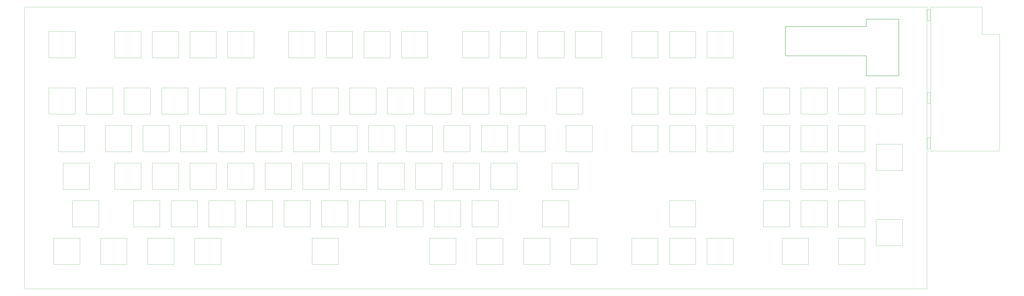
<source format=gbr>
%TF.GenerationSoftware,KiCad,Pcbnew,(5.1.9)-1*%
%TF.CreationDate,2021-03-10T22:07:46+01:00*%
%TF.ProjectId,poly_kb,706f6c79-5f6b-4622-9e6b-696361645f70,rev?*%
%TF.SameCoordinates,Original*%
%TF.FileFunction,Profile,NP*%
%FSLAX46Y46*%
G04 Gerber Fmt 4.6, Leading zero omitted, Abs format (unit mm)*
G04 Created by KiCad (PCBNEW (5.1.9)-1) date 2021-03-10 22:07:46*
%MOMM*%
%LPD*%
G01*
G04 APERTURE LIST*
%TA.AperFunction,Profile*%
%ADD10C,0.050000*%
%TD*%
%TA.AperFunction,Profile*%
%ADD11C,0.150000*%
%TD*%
%TA.AperFunction,Profile*%
%ADD12C,0.100000*%
%TD*%
G04 APERTURE END LIST*
D10*
X524510000Y-206248000D02*
X524510000Y-223520000D01*
X524510000Y-157353000D02*
X524510000Y-158623000D01*
X524510000Y-200660000D02*
X524510000Y-164211000D01*
X526542000Y-224790000D02*
G75*
G03*
X526542000Y-224790000I-254000J0D01*
G01*
X526542000Y-228600000D02*
G75*
G03*
X526542000Y-228600000I-254000J0D01*
G01*
X526542000Y-226314000D02*
G75*
G03*
X526542000Y-226314000I-254000J0D01*
G01*
X524891000Y-227076000D02*
G75*
G03*
X524891000Y-227076000I-254000J0D01*
G01*
X526542000Y-227838000D02*
G75*
G03*
X526542000Y-227838000I-254000J0D01*
G01*
X526542000Y-225552000D02*
G75*
G03*
X526542000Y-225552000I-254000J0D01*
G01*
X524891000Y-227838000D02*
G75*
G03*
X524891000Y-227838000I-254000J0D01*
G01*
X524891000Y-228600000D02*
G75*
G03*
X524891000Y-228600000I-254000J0D01*
G01*
X524891000Y-226314000D02*
G75*
G03*
X524891000Y-226314000I-254000J0D01*
G01*
X524891000Y-224028000D02*
G75*
G03*
X524891000Y-224028000I-254000J0D01*
G01*
X524891000Y-225552000D02*
G75*
G03*
X524891000Y-225552000I-254000J0D01*
G01*
X526542000Y-227076000D02*
G75*
G03*
X526542000Y-227076000I-254000J0D01*
G01*
X524891000Y-224790000D02*
G75*
G03*
X524891000Y-224790000I-254000J0D01*
G01*
X526542000Y-224028000D02*
G75*
G03*
X526542000Y-224028000I-254000J0D01*
G01*
X526542000Y-201930000D02*
G75*
G03*
X526542000Y-201930000I-254000J0D01*
G01*
X526542000Y-205740000D02*
G75*
G03*
X526542000Y-205740000I-254000J0D01*
G01*
X526542000Y-203454000D02*
G75*
G03*
X526542000Y-203454000I-254000J0D01*
G01*
X524891000Y-204216000D02*
G75*
G03*
X524891000Y-204216000I-254000J0D01*
G01*
X526542000Y-204978000D02*
G75*
G03*
X526542000Y-204978000I-254000J0D01*
G01*
X526542000Y-202692000D02*
G75*
G03*
X526542000Y-202692000I-254000J0D01*
G01*
X524891000Y-204978000D02*
G75*
G03*
X524891000Y-204978000I-254000J0D01*
G01*
X524891000Y-205740000D02*
G75*
G03*
X524891000Y-205740000I-254000J0D01*
G01*
X524891000Y-203454000D02*
G75*
G03*
X524891000Y-203454000I-254000J0D01*
G01*
X524891000Y-201168000D02*
G75*
G03*
X524891000Y-201168000I-254000J0D01*
G01*
X524891000Y-202692000D02*
G75*
G03*
X524891000Y-202692000I-254000J0D01*
G01*
X526542000Y-204216000D02*
G75*
G03*
X526542000Y-204216000I-254000J0D01*
G01*
X524891000Y-201930000D02*
G75*
G03*
X524891000Y-201930000I-254000J0D01*
G01*
X526542000Y-201168000D02*
G75*
G03*
X526542000Y-201168000I-254000J0D01*
G01*
X524891000Y-159893000D02*
G75*
G03*
X524891000Y-159893000I-254000J0D01*
G01*
X524891000Y-163703000D02*
G75*
G03*
X524891000Y-163703000I-254000J0D01*
G01*
X524891000Y-161417000D02*
G75*
G03*
X524891000Y-161417000I-254000J0D01*
G01*
X524891000Y-162941000D02*
G75*
G03*
X524891000Y-162941000I-254000J0D01*
G01*
X524891000Y-160655000D02*
G75*
G03*
X524891000Y-160655000I-254000J0D01*
G01*
X524891000Y-162179000D02*
G75*
G03*
X524891000Y-162179000I-254000J0D01*
G01*
X524891000Y-159131000D02*
G75*
G03*
X524891000Y-159131000I-254000J0D01*
G01*
X526542000Y-163703000D02*
G75*
G03*
X526542000Y-163703000I-254000J0D01*
G01*
X526542000Y-162941000D02*
G75*
G03*
X526542000Y-162941000I-254000J0D01*
G01*
X526542000Y-162179000D02*
G75*
G03*
X526542000Y-162179000I-254000J0D01*
G01*
X526542000Y-161417000D02*
G75*
G03*
X526542000Y-161417000I-254000J0D01*
G01*
X526542000Y-160655000D02*
G75*
G03*
X526542000Y-160655000I-254000J0D01*
G01*
X526542000Y-159893000D02*
G75*
G03*
X526542000Y-159893000I-254000J0D01*
G01*
X526542000Y-159131000D02*
G75*
G03*
X526542000Y-159131000I-254000J0D01*
G01*
X526415000Y-200660000D02*
X526415000Y-164211000D01*
X526415000Y-206248000D02*
X526415000Y-223520000D01*
X526415000Y-206248000D02*
X524510000Y-206248000D01*
X526415000Y-200660000D02*
X524510000Y-200660000D01*
X524510000Y-223520000D02*
X526415000Y-223520000D01*
X524510000Y-229108000D02*
X526415000Y-229108000D01*
X524510000Y-164211000D02*
X526415000Y-164211000D01*
X526415000Y-158623000D02*
X524510000Y-158623000D01*
X524510000Y-157353000D02*
X67310000Y-157353000D01*
D11*
X452755000Y-167259000D02*
X454406000Y-167259000D01*
X452755000Y-182118000D02*
X452755000Y-167259000D01*
X493776000Y-182118000D02*
X452755000Y-182118000D01*
X493776000Y-192278000D02*
X493776000Y-182118000D01*
X510286000Y-192278000D02*
X493776000Y-192278000D01*
X510286000Y-163576000D02*
X510286000Y-192278000D01*
X493776000Y-163576000D02*
X510286000Y-163576000D01*
X493776000Y-167259000D02*
X493776000Y-163576000D01*
X454406000Y-167259000D02*
X493776000Y-167259000D01*
D12*
X354965000Y-230695500D02*
X341630000Y-230695500D01*
X341630000Y-230695500D02*
X341630000Y-217360500D01*
X341630000Y-217360500D02*
X354965000Y-217360500D01*
X354965000Y-217360500D02*
X354965000Y-230695500D01*
X343058750Y-268795500D02*
X329723750Y-268795500D01*
X329723750Y-268795500D02*
X329723750Y-255460500D01*
X329723750Y-255460500D02*
X343058750Y-255460500D01*
X343058750Y-255460500D02*
X343058750Y-268795500D01*
X347821250Y-249745500D02*
X334486250Y-249745500D01*
X334486250Y-249745500D02*
X334486250Y-236410500D01*
X334486250Y-236410500D02*
X347821250Y-236410500D01*
X347821250Y-236410500D02*
X347821250Y-249745500D01*
X357346250Y-287845500D02*
X344011250Y-287845500D01*
X344011250Y-287845500D02*
X344011250Y-274510500D01*
X344011250Y-274510500D02*
X357346250Y-274510500D01*
X357346250Y-274510500D02*
X357346250Y-287845500D01*
X426402500Y-230695500D02*
X413067500Y-230695500D01*
X413067500Y-230695500D02*
X413067500Y-217360500D01*
X413067500Y-217360500D02*
X426402500Y-217360500D01*
X426402500Y-217360500D02*
X426402500Y-230695500D01*
X407352500Y-230695500D02*
X394017500Y-230695500D01*
X394017500Y-230695500D02*
X394017500Y-217360500D01*
X394017500Y-217360500D02*
X407352500Y-217360500D01*
X407352500Y-217360500D02*
X407352500Y-230695500D01*
X388302500Y-230695500D02*
X374967500Y-230695500D01*
X374967500Y-230695500D02*
X374967500Y-217360500D01*
X374967500Y-217360500D02*
X388302500Y-217360500D01*
X388302500Y-217360500D02*
X388302500Y-230695500D01*
X407352500Y-287845500D02*
X394017500Y-287845500D01*
X394017500Y-287845500D02*
X394017500Y-274510500D01*
X394017500Y-274510500D02*
X407352500Y-274510500D01*
X407352500Y-274510500D02*
X407352500Y-287845500D01*
X388302500Y-287845500D02*
X374967500Y-287845500D01*
X374967500Y-287845500D02*
X374967500Y-274510500D01*
X374967500Y-274510500D02*
X388302500Y-274510500D01*
X388302500Y-274510500D02*
X388302500Y-287845500D01*
X426402500Y-287845500D02*
X413067500Y-287845500D01*
X413067500Y-287845500D02*
X413067500Y-274510500D01*
X413067500Y-274510500D02*
X426402500Y-274510500D01*
X426402500Y-274510500D02*
X426402500Y-287845500D01*
X407352500Y-268795500D02*
X394017500Y-268795500D01*
X394017500Y-268795500D02*
X394017500Y-255460500D01*
X394017500Y-255460500D02*
X407352500Y-255460500D01*
X407352500Y-255460500D02*
X407352500Y-268795500D01*
X104933750Y-268795500D02*
X91598750Y-268795500D01*
X91598750Y-268795500D02*
X91598750Y-255460500D01*
X91598750Y-255460500D02*
X104933750Y-255460500D01*
X104933750Y-255460500D02*
X104933750Y-268795500D01*
X100171250Y-249745500D02*
X86836250Y-249745500D01*
X86836250Y-249745500D02*
X86836250Y-236410500D01*
X86836250Y-236410500D02*
X100171250Y-236410500D01*
X100171250Y-236410500D02*
X100171250Y-249745500D01*
D10*
X561340000Y-230378000D02*
X561340000Y-171196000D01*
X552450000Y-171196000D02*
X561340000Y-171196000D01*
X552450000Y-157353000D02*
X552450000Y-171196000D01*
X526415000Y-157353000D02*
X552450000Y-157353000D01*
X526415000Y-229108000D02*
X526415000Y-230378000D01*
X526415000Y-157353000D02*
X526415000Y-158623000D01*
X526415000Y-230378000D02*
X561340000Y-230378000D01*
D12*
X93027500Y-211645500D02*
X79692500Y-211645500D01*
X79692500Y-211645500D02*
X79692500Y-198310500D01*
X79692500Y-198310500D02*
X93027500Y-198310500D01*
X93027500Y-198310500D02*
X93027500Y-211645500D01*
X140652500Y-230695500D02*
X127317500Y-230695500D01*
X127317500Y-230695500D02*
X127317500Y-217360500D01*
X127317500Y-217360500D02*
X140652500Y-217360500D01*
X140652500Y-217360500D02*
X140652500Y-230695500D01*
X131127500Y-211645500D02*
X117792500Y-211645500D01*
X117792500Y-211645500D02*
X117792500Y-198310500D01*
X117792500Y-198310500D02*
X131127500Y-198310500D01*
X131127500Y-198310500D02*
X131127500Y-211645500D01*
X145415000Y-249745500D02*
X132080000Y-249745500D01*
X132080000Y-249745500D02*
X132080000Y-236410500D01*
X132080000Y-236410500D02*
X145415000Y-236410500D01*
X145415000Y-236410500D02*
X145415000Y-249745500D01*
X121602500Y-230695500D02*
X108267500Y-230695500D01*
X108267500Y-230695500D02*
X108267500Y-217360500D01*
X108267500Y-217360500D02*
X121602500Y-217360500D01*
X121602500Y-217360500D02*
X121602500Y-230695500D01*
X112077500Y-211645500D02*
X98742500Y-211645500D01*
X98742500Y-211645500D02*
X98742500Y-198310500D01*
X98742500Y-198310500D02*
X112077500Y-198310500D01*
X112077500Y-198310500D02*
X112077500Y-211645500D01*
X126365000Y-249745500D02*
X113030000Y-249745500D01*
X113030000Y-249745500D02*
X113030000Y-236410500D01*
X113030000Y-236410500D02*
X126365000Y-236410500D01*
X126365000Y-236410500D02*
X126365000Y-249745500D01*
X97790000Y-230695500D02*
X84455000Y-230695500D01*
X84455000Y-230695500D02*
X84455000Y-217360500D01*
X84455000Y-217360500D02*
X97790000Y-217360500D01*
X97790000Y-217360500D02*
X97790000Y-230695500D01*
X271621250Y-183070500D02*
X258286250Y-183070500D01*
X258286250Y-183070500D02*
X258286250Y-169735500D01*
X258286250Y-169735500D02*
X271621250Y-169735500D01*
X271621250Y-169735500D02*
X271621250Y-183070500D01*
X252571250Y-183070500D02*
X239236250Y-183070500D01*
X239236250Y-183070500D02*
X239236250Y-169735500D01*
X239236250Y-169735500D02*
X252571250Y-169735500D01*
X252571250Y-169735500D02*
X252571250Y-183070500D01*
X233521250Y-183070500D02*
X220186250Y-183070500D01*
X220186250Y-183070500D02*
X220186250Y-169735500D01*
X220186250Y-169735500D02*
X233521250Y-169735500D01*
X233521250Y-169735500D02*
X233521250Y-183070500D01*
X214471250Y-183070500D02*
X201136250Y-183070500D01*
X201136250Y-183070500D02*
X201136250Y-169735500D01*
X201136250Y-169735500D02*
X214471250Y-169735500D01*
X214471250Y-169735500D02*
X214471250Y-183070500D01*
X512127500Y-278320500D02*
X498792500Y-278320500D01*
X498792500Y-278320500D02*
X498792500Y-264985500D01*
X498792500Y-264985500D02*
X512127500Y-264985500D01*
X512127500Y-264985500D02*
X512127500Y-278320500D01*
X512127500Y-240220500D02*
X498792500Y-240220500D01*
X498792500Y-240220500D02*
X498792500Y-226885500D01*
X498792500Y-226885500D02*
X512127500Y-226885500D01*
X512127500Y-226885500D02*
X512127500Y-240220500D01*
X464502500Y-287845500D02*
X451167500Y-287845500D01*
X451167500Y-287845500D02*
X451167500Y-274510500D01*
X451167500Y-274510500D02*
X464502500Y-274510500D01*
X464502500Y-274510500D02*
X464502500Y-287845500D01*
X350202500Y-211645500D02*
X336867500Y-211645500D01*
X336867500Y-211645500D02*
X336867500Y-198310500D01*
X336867500Y-198310500D02*
X350202500Y-198310500D01*
X350202500Y-198310500D02*
X350202500Y-211645500D01*
X333533750Y-287845500D02*
X320198750Y-287845500D01*
X320198750Y-287845500D02*
X320198750Y-274510500D01*
X320198750Y-274510500D02*
X333533750Y-274510500D01*
X333533750Y-274510500D02*
X333533750Y-287845500D01*
X309721250Y-287845500D02*
X296386250Y-287845500D01*
X296386250Y-287845500D02*
X296386250Y-274510500D01*
X296386250Y-274510500D02*
X309721250Y-274510500D01*
X309721250Y-274510500D02*
X309721250Y-287845500D01*
X285908750Y-287845500D02*
X272573750Y-287845500D01*
X272573750Y-287845500D02*
X272573750Y-274510500D01*
X272573750Y-274510500D02*
X285908750Y-274510500D01*
X285908750Y-274510500D02*
X285908750Y-287845500D01*
X226377500Y-287845500D02*
X213042500Y-287845500D01*
X213042500Y-287845500D02*
X213042500Y-274510500D01*
X213042500Y-274510500D02*
X226377500Y-274510500D01*
X226377500Y-274510500D02*
X226377500Y-287845500D01*
X166846250Y-287845500D02*
X153511250Y-287845500D01*
X153511250Y-287845500D02*
X153511250Y-274510500D01*
X153511250Y-274510500D02*
X166846250Y-274510500D01*
X166846250Y-274510500D02*
X166846250Y-287845500D01*
X143033750Y-287845500D02*
X129698750Y-287845500D01*
X129698750Y-287845500D02*
X129698750Y-274510500D01*
X129698750Y-274510500D02*
X143033750Y-274510500D01*
X143033750Y-274510500D02*
X143033750Y-287845500D01*
X119221250Y-287845500D02*
X105886250Y-287845500D01*
X105886250Y-287845500D02*
X105886250Y-274510500D01*
X105886250Y-274510500D02*
X119221250Y-274510500D01*
X119221250Y-274510500D02*
X119221250Y-287845500D01*
X95408750Y-287845500D02*
X82073750Y-287845500D01*
X82073750Y-287845500D02*
X82073750Y-274510500D01*
X82073750Y-274510500D02*
X95408750Y-274510500D01*
X95408750Y-274510500D02*
X95408750Y-287845500D01*
D10*
X524510000Y-300228000D02*
X524510000Y-229108000D01*
X67310000Y-300228000D02*
X524510000Y-300228000D01*
X67310000Y-157353000D02*
X67310000Y-300228000D01*
D12*
X493077500Y-287845500D02*
X479742500Y-287845500D01*
X479742500Y-287845500D02*
X479742500Y-274510500D01*
X479742500Y-274510500D02*
X493077500Y-274510500D01*
X493077500Y-274510500D02*
X493077500Y-287845500D01*
X493077500Y-268795500D02*
X479742500Y-268795500D01*
X479742500Y-268795500D02*
X479742500Y-255460500D01*
X479742500Y-255460500D02*
X493077500Y-255460500D01*
X493077500Y-255460500D02*
X493077500Y-268795500D01*
X474027500Y-268795500D02*
X460692500Y-268795500D01*
X460692500Y-268795500D02*
X460692500Y-255460500D01*
X460692500Y-255460500D02*
X474027500Y-255460500D01*
X474027500Y-255460500D02*
X474027500Y-268795500D01*
X454977500Y-268795500D02*
X441642500Y-268795500D01*
X441642500Y-268795500D02*
X441642500Y-255460500D01*
X441642500Y-255460500D02*
X454977500Y-255460500D01*
X454977500Y-255460500D02*
X454977500Y-268795500D01*
X493077500Y-249745500D02*
X479742500Y-249745500D01*
X479742500Y-249745500D02*
X479742500Y-236410500D01*
X479742500Y-236410500D02*
X493077500Y-236410500D01*
X493077500Y-236410500D02*
X493077500Y-249745500D01*
X474027500Y-249745500D02*
X460692500Y-249745500D01*
X460692500Y-249745500D02*
X460692500Y-236410500D01*
X460692500Y-236410500D02*
X474027500Y-236410500D01*
X474027500Y-236410500D02*
X474027500Y-249745500D01*
X454977500Y-249745500D02*
X441642500Y-249745500D01*
X441642500Y-249745500D02*
X441642500Y-236410500D01*
X441642500Y-236410500D02*
X454977500Y-236410500D01*
X454977500Y-236410500D02*
X454977500Y-249745500D01*
X493077500Y-230695500D02*
X479742500Y-230695500D01*
X479742500Y-230695500D02*
X479742500Y-217360500D01*
X479742500Y-217360500D02*
X493077500Y-217360500D01*
X493077500Y-217360500D02*
X493077500Y-230695500D01*
X474027500Y-230695500D02*
X460692500Y-230695500D01*
X460692500Y-230695500D02*
X460692500Y-217360500D01*
X460692500Y-217360500D02*
X474027500Y-217360500D01*
X474027500Y-217360500D02*
X474027500Y-230695500D01*
X454977500Y-230695500D02*
X441642500Y-230695500D01*
X441642500Y-230695500D02*
X441642500Y-217360500D01*
X441642500Y-217360500D02*
X454977500Y-217360500D01*
X454977500Y-217360500D02*
X454977500Y-230695500D01*
X512127500Y-211645500D02*
X498792500Y-211645500D01*
X498792500Y-211645500D02*
X498792500Y-198310500D01*
X498792500Y-198310500D02*
X512127500Y-198310500D01*
X512127500Y-198310500D02*
X512127500Y-211645500D01*
X493077500Y-211645500D02*
X479742500Y-211645500D01*
X479742500Y-211645500D02*
X479742500Y-198310500D01*
X479742500Y-198310500D02*
X493077500Y-198310500D01*
X493077500Y-198310500D02*
X493077500Y-211645500D01*
X474027500Y-211645500D02*
X460692500Y-211645500D01*
X460692500Y-211645500D02*
X460692500Y-198310500D01*
X460692500Y-198310500D02*
X474027500Y-198310500D01*
X474027500Y-198310500D02*
X474027500Y-211645500D01*
X454977500Y-211645500D02*
X441642500Y-211645500D01*
X441642500Y-211645500D02*
X441642500Y-198310500D01*
X441642500Y-198310500D02*
X454977500Y-198310500D01*
X454977500Y-198310500D02*
X454977500Y-211645500D01*
X426402500Y-183070500D02*
X413067500Y-183070500D01*
X413067500Y-183070500D02*
X413067500Y-169735500D01*
X413067500Y-169735500D02*
X426402500Y-169735500D01*
X426402500Y-169735500D02*
X426402500Y-183070500D01*
X407352500Y-183070500D02*
X394017500Y-183070500D01*
X394017500Y-183070500D02*
X394017500Y-169735500D01*
X394017500Y-169735500D02*
X407352500Y-169735500D01*
X407352500Y-169735500D02*
X407352500Y-183070500D01*
X388302500Y-183070500D02*
X374967500Y-183070500D01*
X374967500Y-183070500D02*
X374967500Y-169735500D01*
X374967500Y-169735500D02*
X388302500Y-169735500D01*
X388302500Y-169735500D02*
X388302500Y-183070500D01*
X426402500Y-211645500D02*
X413067500Y-211645500D01*
X413067500Y-211645500D02*
X413067500Y-198310500D01*
X413067500Y-198310500D02*
X426402500Y-198310500D01*
X426402500Y-198310500D02*
X426402500Y-211645500D01*
X407352500Y-211645500D02*
X394017500Y-211645500D01*
X394017500Y-211645500D02*
X394017500Y-198310500D01*
X394017500Y-198310500D02*
X407352500Y-198310500D01*
X407352500Y-198310500D02*
X407352500Y-211645500D01*
X388302500Y-211645500D02*
X374967500Y-211645500D01*
X374967500Y-211645500D02*
X374967500Y-198310500D01*
X374967500Y-198310500D02*
X388302500Y-198310500D01*
X388302500Y-198310500D02*
X388302500Y-211645500D01*
X302577500Y-183070500D02*
X289242500Y-183070500D01*
X289242500Y-183070500D02*
X289242500Y-169735500D01*
X289242500Y-169735500D02*
X302577500Y-169735500D01*
X302577500Y-169735500D02*
X302577500Y-183070500D01*
X359727500Y-183070500D02*
X346392500Y-183070500D01*
X346392500Y-183070500D02*
X346392500Y-169735500D01*
X346392500Y-169735500D02*
X359727500Y-169735500D01*
X359727500Y-169735500D02*
X359727500Y-183070500D01*
X340677500Y-183070500D02*
X327342500Y-183070500D01*
X327342500Y-183070500D02*
X327342500Y-169735500D01*
X327342500Y-169735500D02*
X340677500Y-169735500D01*
X340677500Y-169735500D02*
X340677500Y-183070500D01*
X321627500Y-183070500D02*
X308292500Y-183070500D01*
X308292500Y-183070500D02*
X308292500Y-169735500D01*
X308292500Y-169735500D02*
X321627500Y-169735500D01*
X321627500Y-169735500D02*
X321627500Y-183070500D01*
X183515000Y-183070500D02*
X170180000Y-183070500D01*
X170180000Y-183070500D02*
X170180000Y-169735500D01*
X170180000Y-169735500D02*
X183515000Y-169735500D01*
X183515000Y-169735500D02*
X183515000Y-183070500D01*
X164465000Y-183070500D02*
X151130000Y-183070500D01*
X151130000Y-183070500D02*
X151130000Y-169735500D01*
X151130000Y-169735500D02*
X164465000Y-169735500D01*
X164465000Y-169735500D02*
X164465000Y-183070500D01*
X145415000Y-183070500D02*
X132080000Y-183070500D01*
X132080000Y-183070500D02*
X132080000Y-169735500D01*
X132080000Y-169735500D02*
X145415000Y-169735500D01*
X145415000Y-169735500D02*
X145415000Y-183070500D01*
X126365000Y-183070500D02*
X113030000Y-183070500D01*
X113030000Y-183070500D02*
X113030000Y-169735500D01*
X113030000Y-169735500D02*
X126365000Y-169735500D01*
X126365000Y-169735500D02*
X126365000Y-183070500D01*
X307340000Y-268795500D02*
X294005000Y-268795500D01*
X294005000Y-268795500D02*
X294005000Y-255460500D01*
X294005000Y-255460500D02*
X307340000Y-255460500D01*
X307340000Y-255460500D02*
X307340000Y-268795500D01*
X288290000Y-268795500D02*
X274955000Y-268795500D01*
X274955000Y-268795500D02*
X274955000Y-255460500D01*
X274955000Y-255460500D02*
X288290000Y-255460500D01*
X288290000Y-255460500D02*
X288290000Y-268795500D01*
X269240000Y-268795500D02*
X255905000Y-268795500D01*
X255905000Y-268795500D02*
X255905000Y-255460500D01*
X255905000Y-255460500D02*
X269240000Y-255460500D01*
X269240000Y-255460500D02*
X269240000Y-268795500D01*
X250190000Y-268795500D02*
X236855000Y-268795500D01*
X236855000Y-268795500D02*
X236855000Y-255460500D01*
X236855000Y-255460500D02*
X250190000Y-255460500D01*
X250190000Y-255460500D02*
X250190000Y-268795500D01*
X231140000Y-268795500D02*
X217805000Y-268795500D01*
X217805000Y-268795500D02*
X217805000Y-255460500D01*
X217805000Y-255460500D02*
X231140000Y-255460500D01*
X231140000Y-255460500D02*
X231140000Y-268795500D01*
X212090000Y-268795500D02*
X198755000Y-268795500D01*
X198755000Y-268795500D02*
X198755000Y-255460500D01*
X198755000Y-255460500D02*
X212090000Y-255460500D01*
X212090000Y-255460500D02*
X212090000Y-268795500D01*
X193040000Y-268795500D02*
X179705000Y-268795500D01*
X179705000Y-268795500D02*
X179705000Y-255460500D01*
X179705000Y-255460500D02*
X193040000Y-255460500D01*
X193040000Y-255460500D02*
X193040000Y-268795500D01*
X173990000Y-268795500D02*
X160655000Y-268795500D01*
X160655000Y-268795500D02*
X160655000Y-255460500D01*
X160655000Y-255460500D02*
X173990000Y-255460500D01*
X173990000Y-255460500D02*
X173990000Y-268795500D01*
X154940000Y-268795500D02*
X141605000Y-268795500D01*
X141605000Y-268795500D02*
X141605000Y-255460500D01*
X141605000Y-255460500D02*
X154940000Y-255460500D01*
X154940000Y-255460500D02*
X154940000Y-268795500D01*
X135890000Y-268795500D02*
X122555000Y-268795500D01*
X122555000Y-268795500D02*
X122555000Y-255460500D01*
X122555000Y-255460500D02*
X135890000Y-255460500D01*
X135890000Y-255460500D02*
X135890000Y-268795500D01*
X316865000Y-249745500D02*
X303530000Y-249745500D01*
X303530000Y-249745500D02*
X303530000Y-236410500D01*
X303530000Y-236410500D02*
X316865000Y-236410500D01*
X316865000Y-236410500D02*
X316865000Y-249745500D01*
X297815000Y-249745500D02*
X284480000Y-249745500D01*
X284480000Y-249745500D02*
X284480000Y-236410500D01*
X284480000Y-236410500D02*
X297815000Y-236410500D01*
X297815000Y-236410500D02*
X297815000Y-249745500D01*
X278765000Y-249745500D02*
X265430000Y-249745500D01*
X265430000Y-249745500D02*
X265430000Y-236410500D01*
X265430000Y-236410500D02*
X278765000Y-236410500D01*
X278765000Y-236410500D02*
X278765000Y-249745500D01*
X259715000Y-249745500D02*
X246380000Y-249745500D01*
X246380000Y-249745500D02*
X246380000Y-236410500D01*
X246380000Y-236410500D02*
X259715000Y-236410500D01*
X259715000Y-236410500D02*
X259715000Y-249745500D01*
X240665000Y-249745500D02*
X227330000Y-249745500D01*
X227330000Y-249745500D02*
X227330000Y-236410500D01*
X227330000Y-236410500D02*
X240665000Y-236410500D01*
X240665000Y-236410500D02*
X240665000Y-249745500D01*
X221615000Y-249745500D02*
X208280000Y-249745500D01*
X208280000Y-249745500D02*
X208280000Y-236410500D01*
X208280000Y-236410500D02*
X221615000Y-236410500D01*
X221615000Y-236410500D02*
X221615000Y-249745500D01*
X202565000Y-249745500D02*
X189230000Y-249745500D01*
X189230000Y-249745500D02*
X189230000Y-236410500D01*
X189230000Y-236410500D02*
X202565000Y-236410500D01*
X202565000Y-236410500D02*
X202565000Y-249745500D01*
X183515000Y-249745500D02*
X170180000Y-249745500D01*
X170180000Y-249745500D02*
X170180000Y-236410500D01*
X170180000Y-236410500D02*
X183515000Y-236410500D01*
X183515000Y-236410500D02*
X183515000Y-249745500D01*
X164465000Y-249745500D02*
X151130000Y-249745500D01*
X151130000Y-249745500D02*
X151130000Y-236410500D01*
X151130000Y-236410500D02*
X164465000Y-236410500D01*
X164465000Y-236410500D02*
X164465000Y-249745500D01*
X331152500Y-230695500D02*
X317817500Y-230695500D01*
X317817500Y-230695500D02*
X317817500Y-217360500D01*
X317817500Y-217360500D02*
X331152500Y-217360500D01*
X331152500Y-217360500D02*
X331152500Y-230695500D01*
X312102500Y-230695500D02*
X298767500Y-230695500D01*
X298767500Y-230695500D02*
X298767500Y-217360500D01*
X298767500Y-217360500D02*
X312102500Y-217360500D01*
X312102500Y-217360500D02*
X312102500Y-230695500D01*
X293052500Y-230695500D02*
X279717500Y-230695500D01*
X279717500Y-230695500D02*
X279717500Y-217360500D01*
X279717500Y-217360500D02*
X293052500Y-217360500D01*
X293052500Y-217360500D02*
X293052500Y-230695500D01*
X274002500Y-230695500D02*
X260667500Y-230695500D01*
X260667500Y-230695500D02*
X260667500Y-217360500D01*
X260667500Y-217360500D02*
X274002500Y-217360500D01*
X274002500Y-217360500D02*
X274002500Y-230695500D01*
X254952500Y-230695500D02*
X241617500Y-230695500D01*
X241617500Y-230695500D02*
X241617500Y-217360500D01*
X241617500Y-217360500D02*
X254952500Y-217360500D01*
X254952500Y-217360500D02*
X254952500Y-230695500D01*
X235902500Y-230695500D02*
X222567500Y-230695500D01*
X222567500Y-230695500D02*
X222567500Y-217360500D01*
X222567500Y-217360500D02*
X235902500Y-217360500D01*
X235902500Y-217360500D02*
X235902500Y-230695500D01*
X216852500Y-230695500D02*
X203517500Y-230695500D01*
X203517500Y-230695500D02*
X203517500Y-217360500D01*
X203517500Y-217360500D02*
X216852500Y-217360500D01*
X216852500Y-217360500D02*
X216852500Y-230695500D01*
X197802500Y-230695500D02*
X184467500Y-230695500D01*
X184467500Y-230695500D02*
X184467500Y-217360500D01*
X184467500Y-217360500D02*
X197802500Y-217360500D01*
X197802500Y-217360500D02*
X197802500Y-230695500D01*
X178752500Y-230695500D02*
X165417500Y-230695500D01*
X165417500Y-230695500D02*
X165417500Y-217360500D01*
X165417500Y-217360500D02*
X178752500Y-217360500D01*
X178752500Y-217360500D02*
X178752500Y-230695500D01*
X159702500Y-230695500D02*
X146367500Y-230695500D01*
X146367500Y-230695500D02*
X146367500Y-217360500D01*
X146367500Y-217360500D02*
X159702500Y-217360500D01*
X159702500Y-217360500D02*
X159702500Y-230695500D01*
X321627500Y-211645500D02*
X308292500Y-211645500D01*
X308292500Y-211645500D02*
X308292500Y-198310500D01*
X308292500Y-198310500D02*
X321627500Y-198310500D01*
X321627500Y-198310500D02*
X321627500Y-211645500D01*
X302577500Y-211645500D02*
X289242500Y-211645500D01*
X289242500Y-211645500D02*
X289242500Y-198310500D01*
X289242500Y-198310500D02*
X302577500Y-198310500D01*
X302577500Y-198310500D02*
X302577500Y-211645500D01*
X283527500Y-211645500D02*
X270192500Y-211645500D01*
X270192500Y-211645500D02*
X270192500Y-198310500D01*
X270192500Y-198310500D02*
X283527500Y-198310500D01*
X283527500Y-198310500D02*
X283527500Y-211645500D01*
X264477500Y-211645500D02*
X251142500Y-211645500D01*
X251142500Y-211645500D02*
X251142500Y-198310500D01*
X251142500Y-198310500D02*
X264477500Y-198310500D01*
X264477500Y-198310500D02*
X264477500Y-211645500D01*
X245427500Y-211645500D02*
X232092500Y-211645500D01*
X232092500Y-211645500D02*
X232092500Y-198310500D01*
X232092500Y-198310500D02*
X245427500Y-198310500D01*
X245427500Y-198310500D02*
X245427500Y-211645500D01*
X226377500Y-211645500D02*
X213042500Y-211645500D01*
X213042500Y-211645500D02*
X213042500Y-198310500D01*
X213042500Y-198310500D02*
X226377500Y-198310500D01*
X226377500Y-198310500D02*
X226377500Y-211645500D01*
X207327500Y-211645500D02*
X193992500Y-211645500D01*
X193992500Y-211645500D02*
X193992500Y-198310500D01*
X193992500Y-198310500D02*
X207327500Y-198310500D01*
X207327500Y-198310500D02*
X207327500Y-211645500D01*
X188277500Y-211645500D02*
X174942500Y-211645500D01*
X174942500Y-211645500D02*
X174942500Y-198310500D01*
X174942500Y-198310500D02*
X188277500Y-198310500D01*
X188277500Y-198310500D02*
X188277500Y-211645500D01*
X169227500Y-211645500D02*
X155892500Y-211645500D01*
X155892500Y-211645500D02*
X155892500Y-198310500D01*
X155892500Y-198310500D02*
X169227500Y-198310500D01*
X169227500Y-198310500D02*
X169227500Y-211645500D01*
X150177500Y-211645500D02*
X136842500Y-211645500D01*
X136842500Y-211645500D02*
X136842500Y-198310500D01*
X136842500Y-198310500D02*
X150177500Y-198310500D01*
X150177500Y-198310500D02*
X150177500Y-211645500D01*
X93027500Y-183070500D02*
X79692500Y-183070500D01*
X79692500Y-183070500D02*
X79692500Y-169735500D01*
X79692500Y-169735500D02*
X93027500Y-169735500D01*
X93027500Y-169735500D02*
X93027500Y-183070500D01*
M02*

</source>
